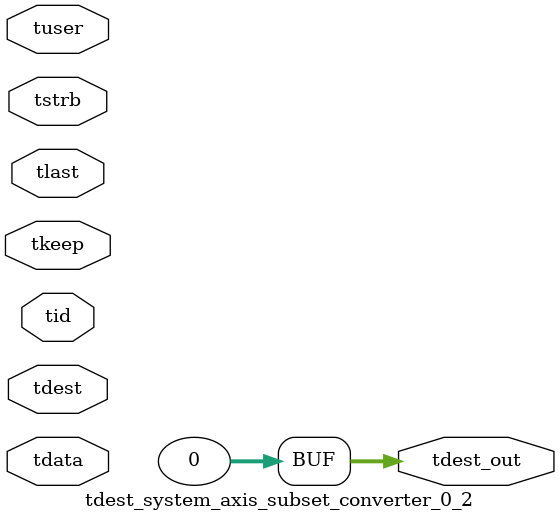
<source format=v>


`timescale 1ps/1ps

module tdest_system_axis_subset_converter_0_2 #
(
parameter C_S_AXIS_TDATA_WIDTH = 32,
parameter C_S_AXIS_TUSER_WIDTH = 0,
parameter C_S_AXIS_TID_WIDTH   = 0,
parameter C_S_AXIS_TDEST_WIDTH = 0,
parameter C_M_AXIS_TDEST_WIDTH = 32
)
(
input  [(C_S_AXIS_TDATA_WIDTH == 0 ? 1 : C_S_AXIS_TDATA_WIDTH)-1:0     ] tdata,
input  [(C_S_AXIS_TUSER_WIDTH == 0 ? 1 : C_S_AXIS_TUSER_WIDTH)-1:0     ] tuser,
input  [(C_S_AXIS_TID_WIDTH   == 0 ? 1 : C_S_AXIS_TID_WIDTH)-1:0       ] tid,
input  [(C_S_AXIS_TDEST_WIDTH == 0 ? 1 : C_S_AXIS_TDEST_WIDTH)-1:0     ] tdest,
input  [(C_S_AXIS_TDATA_WIDTH/8)-1:0 ] tkeep,
input  [(C_S_AXIS_TDATA_WIDTH/8)-1:0 ] tstrb,
input                                                                    tlast,
output [C_M_AXIS_TDEST_WIDTH-1:0] tdest_out
);

assign tdest_out = {1'b0};

endmodule


</source>
